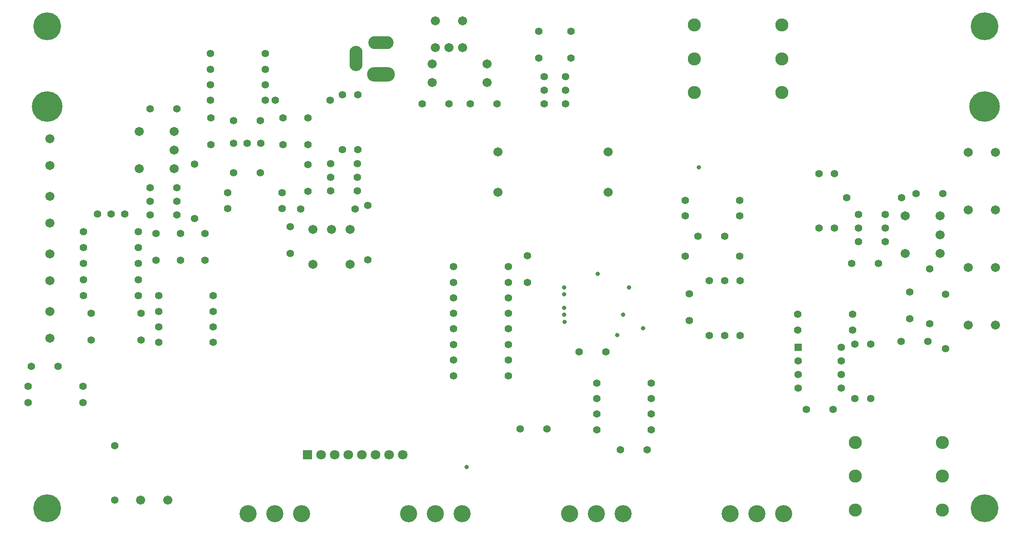
<source format=gbs>
G04*
G04 #@! TF.GenerationSoftware,Altium Limited,Altium Designer,24.4.1 (13)*
G04*
G04 Layer_Color=16711935*
%FSLAX44Y44*%
%MOMM*%
G71*
G04*
G04 #@! TF.SameCoordinates,B5B0D8E5-B161-4E7D-91E4-E0B691D99E8F*
G04*
G04*
G04 #@! TF.FilePolarity,Negative*
G04*
G01*
G75*
%ADD24R,1.8032X1.8032*%
%ADD25C,1.8032*%
%ADD26C,1.7032*%
%ADD27C,1.4032*%
%ADD28O,5.2032X2.7032*%
%ADD29O,4.7032X2.4532*%
%ADD30O,2.4532X4.7032*%
%ADD31C,2.4532*%
%ADD32C,5.7032*%
%ADD33R,1.4032X1.4032*%
%ADD34C,3.2032*%
%ADD35C,5.2032*%
%ADD36C,0.8032*%
D24*
X536100Y150000D02*
D03*
D25*
X561500D02*
D03*
X586900D02*
D03*
X612300D02*
D03*
X637700D02*
D03*
X663100D02*
D03*
X688500D02*
D03*
X713900D02*
D03*
D26*
X1717000Y561000D02*
D03*
Y596000D02*
D03*
Y526000D02*
D03*
X1652000Y596000D02*
D03*
Y526000D02*
D03*
X287000Y719000D02*
D03*
Y754000D02*
D03*
Y684000D02*
D03*
X222000Y754000D02*
D03*
Y684000D02*
D03*
X581000Y571000D02*
D03*
X546000D02*
D03*
X616000D02*
D03*
X546000Y506000D02*
D03*
X616000D02*
D03*
X825400Y960000D02*
D03*
X774600D02*
D03*
X825400Y909980D02*
D03*
X774600D02*
D03*
X800000D02*
D03*
X871000Y880000D02*
D03*
X769000D02*
D03*
Y845000D02*
D03*
X871000D02*
D03*
X892000Y640500D02*
D03*
Y715500D02*
D03*
X1097000D02*
D03*
Y640500D02*
D03*
X1770000Y715000D02*
D03*
X1820000D02*
D03*
Y607500D02*
D03*
X1770000D02*
D03*
X1820000Y500000D02*
D03*
X1770000D02*
D03*
Y392500D02*
D03*
X1820000D02*
D03*
X224600Y65000D02*
D03*
X275400D02*
D03*
X55000Y417500D02*
D03*
Y367500D02*
D03*
Y525000D02*
D03*
Y475000D02*
D03*
Y632500D02*
D03*
Y582500D02*
D03*
Y740000D02*
D03*
Y690000D02*
D03*
D27*
X345000Y513000D02*
D03*
Y563000D02*
D03*
X299000D02*
D03*
Y513000D02*
D03*
X253000D02*
D03*
Y563000D02*
D03*
X220000Y447000D02*
D03*
X118000D02*
D03*
X220000Y477000D02*
D03*
X118000D02*
D03*
X220000Y507000D02*
D03*
X118000D02*
D03*
Y537000D02*
D03*
X220000D02*
D03*
Y567000D02*
D03*
X118000D02*
D03*
X169000Y600000D02*
D03*
X194400D02*
D03*
X143600D02*
D03*
X132000Y364000D02*
D03*
Y414000D02*
D03*
X225500D02*
D03*
Y364000D02*
D03*
X258000Y360000D02*
D03*
X360000D02*
D03*
X258000Y389000D02*
D03*
X360000D02*
D03*
X258000Y418000D02*
D03*
X360000D02*
D03*
X258000Y447000D02*
D03*
X360000D02*
D03*
X242000Y623400D02*
D03*
Y648800D02*
D03*
Y598000D02*
D03*
X292000Y623400D02*
D03*
Y648800D02*
D03*
Y598000D02*
D03*
X355000Y812000D02*
D03*
X457000D02*
D03*
X355000Y841000D02*
D03*
X457000D02*
D03*
X355000Y870000D02*
D03*
X457000D02*
D03*
X355000Y899000D02*
D03*
X457000D02*
D03*
X476000Y812000D02*
D03*
X578000D02*
D03*
X398000Y774000D02*
D03*
X448000D02*
D03*
X356000Y779000D02*
D03*
Y729000D02*
D03*
X423000Y732000D02*
D03*
X397600D02*
D03*
X448400D02*
D03*
X325000Y693000D02*
D03*
Y591000D02*
D03*
X398000Y677000D02*
D03*
X448000D02*
D03*
X489000Y639000D02*
D03*
X387000D02*
D03*
X489000Y610000D02*
D03*
X387000D02*
D03*
X537000Y779000D02*
D03*
Y729000D02*
D03*
X490000Y779000D02*
D03*
Y729000D02*
D03*
X629000Y668000D02*
D03*
Y642600D02*
D03*
Y693400D02*
D03*
X579000Y668000D02*
D03*
Y642600D02*
D03*
Y693400D02*
D03*
X537000Y642000D02*
D03*
Y692000D02*
D03*
X523000Y609000D02*
D03*
X625000D02*
D03*
X504000Y576000D02*
D03*
Y526000D02*
D03*
X649000Y616000D02*
D03*
Y514000D02*
D03*
X630000Y720000D02*
D03*
Y822000D02*
D03*
X601000D02*
D03*
Y720000D02*
D03*
X800000Y805000D02*
D03*
X750000D02*
D03*
X890000D02*
D03*
X840000D02*
D03*
X968000Y941000D02*
D03*
Y891000D02*
D03*
X1028000D02*
D03*
Y941000D02*
D03*
X1018000Y831000D02*
D03*
Y805600D02*
D03*
Y856400D02*
D03*
X978000Y831000D02*
D03*
Y856400D02*
D03*
Y805600D02*
D03*
X1241000Y625000D02*
D03*
X1343000D02*
D03*
Y596000D02*
D03*
X1241000D02*
D03*
X1265000Y558000D02*
D03*
X1315000D02*
D03*
X1343000Y521000D02*
D03*
X1241000D02*
D03*
X1602000Y507000D02*
D03*
X1552000D02*
D03*
X1615000Y573000D02*
D03*
Y598400D02*
D03*
Y547600D02*
D03*
X1565000Y573000D02*
D03*
Y598400D02*
D03*
Y547600D02*
D03*
X1722000Y638000D02*
D03*
X1672000D02*
D03*
X1543000Y630000D02*
D03*
X1645000D02*
D03*
X1520000Y573000D02*
D03*
Y675000D02*
D03*
X1491000Y573000D02*
D03*
Y675000D02*
D03*
X1698000Y395000D02*
D03*
Y497000D02*
D03*
X1727000Y348000D02*
D03*
Y450000D02*
D03*
X1660000Y454000D02*
D03*
Y404000D02*
D03*
X1644000Y362000D02*
D03*
X1694000D02*
D03*
X1587500Y255000D02*
D03*
Y357000D02*
D03*
X1557500Y255000D02*
D03*
Y357000D02*
D03*
X1467500Y235000D02*
D03*
X1517500D02*
D03*
X1452500Y325400D02*
D03*
Y300000D02*
D03*
Y274600D02*
D03*
X1532500Y350800D02*
D03*
Y325400D02*
D03*
Y300000D02*
D03*
Y274600D02*
D03*
X1553500Y382500D02*
D03*
X1451500D02*
D03*
Y412500D02*
D03*
X1553500D02*
D03*
X1344000Y475000D02*
D03*
Y373000D02*
D03*
X1315000Y475000D02*
D03*
Y373000D02*
D03*
X1286000Y475000D02*
D03*
Y373000D02*
D03*
X1249000Y451000D02*
D03*
Y401000D02*
D03*
X1043000Y342000D02*
D03*
X1093000D02*
D03*
X947000Y472000D02*
D03*
Y522000D02*
D03*
X809000Y501000D02*
D03*
X911000D02*
D03*
X809000Y472000D02*
D03*
X911000D02*
D03*
Y443000D02*
D03*
X809000D02*
D03*
Y414000D02*
D03*
X911000D02*
D03*
X809000Y385000D02*
D03*
X911000D02*
D03*
Y356000D02*
D03*
X809000D02*
D03*
Y327000D02*
D03*
X911000D02*
D03*
X809000Y297000D02*
D03*
X911000D02*
D03*
X1076000Y284000D02*
D03*
X1178000D02*
D03*
Y255000D02*
D03*
X1076000D02*
D03*
Y226000D02*
D03*
X1178000D02*
D03*
X1076000Y197000D02*
D03*
X1178000D02*
D03*
X1120000Y159000D02*
D03*
X1170000D02*
D03*
X176000Y167000D02*
D03*
Y65000D02*
D03*
X14500Y247500D02*
D03*
X116500D02*
D03*
Y277500D02*
D03*
X14500D02*
D03*
X20000Y315000D02*
D03*
X70000D02*
D03*
X933000Y198000D02*
D03*
X983000D02*
D03*
X242000Y796000D02*
D03*
X292000D02*
D03*
D28*
X673500Y860000D02*
D03*
D29*
Y920000D02*
D03*
D30*
X626500Y890000D02*
D03*
D31*
X1421500Y952500D02*
D03*
Y889500D02*
D03*
Y826500D02*
D03*
X1258500D02*
D03*
Y889500D02*
D03*
Y952500D02*
D03*
X1558500Y47000D02*
D03*
Y110000D02*
D03*
Y173000D02*
D03*
X1721500D02*
D03*
Y110000D02*
D03*
Y47000D02*
D03*
D32*
X1800000Y800000D02*
D03*
X50000D02*
D03*
D33*
X1452500Y350800D02*
D03*
D34*
X1375000Y40000D02*
D03*
X1425000D02*
D03*
X1325000D02*
D03*
X1025000D02*
D03*
X1125000D02*
D03*
X1075000D02*
D03*
X775000D02*
D03*
X825000D02*
D03*
X725000D02*
D03*
X425000D02*
D03*
X525000D02*
D03*
X475000D02*
D03*
D35*
X1800000Y50000D02*
D03*
Y950000D02*
D03*
X50000D02*
D03*
Y50000D02*
D03*
D36*
X1015850Y398450D02*
D03*
X1267000Y687000D02*
D03*
X1078000Y488000D02*
D03*
X833000Y127000D02*
D03*
X1015350Y462450D02*
D03*
Y449750D02*
D03*
X1162250Y386250D02*
D03*
X1114564Y373637D02*
D03*
X1015350Y411650D02*
D03*
Y424350D02*
D03*
X1136550Y462450D02*
D03*
X1125350Y411650D02*
D03*
M02*

</source>
